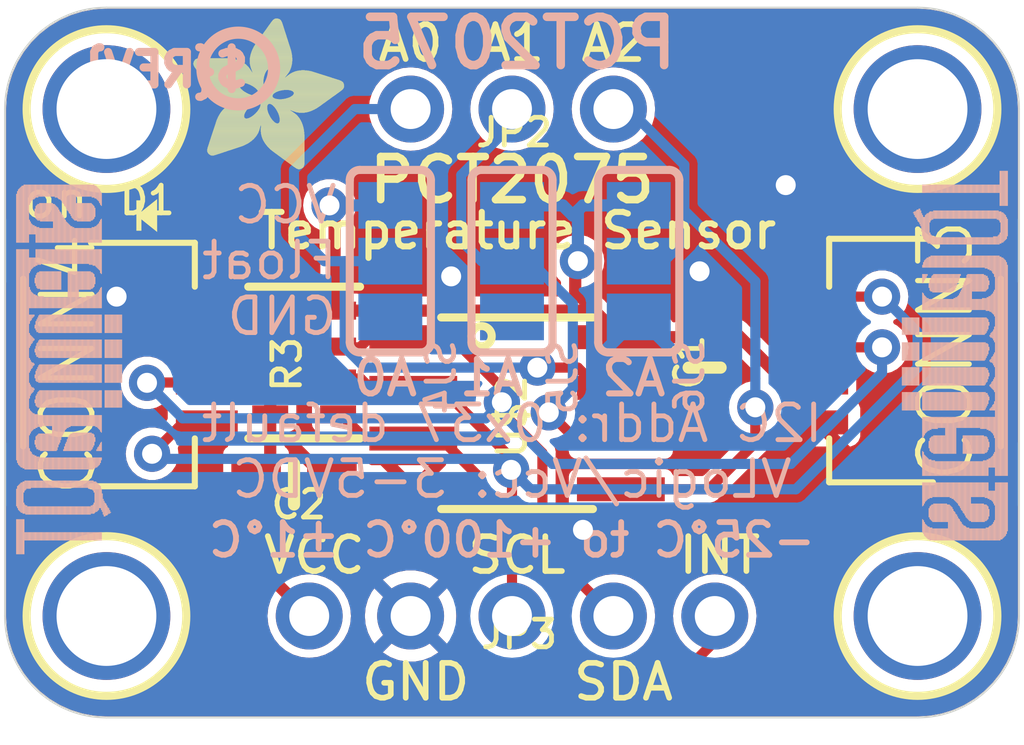
<source format=kicad_pcb>
(kicad_pcb (version 20221018) (generator pcbnew)
  (layers (0 "F.Cu" signal) (31 "B.Cu" signal) (34 "B.Paste" user) (35 "F.Paste" user) (36 "B.SilkS" user "B.Silkscreen") (37 "F.SilkS" user "F.Silkscreen") (38 "B.Mask" user) (39 "F.Mask" user) (44 "Edge.Cuts" user))
  (net 0 "")
  (net 1 "GND")
  (net 2 "SDA")
  (net 3 "SCL")
  (net 4 "VCC")
  (net 5 "INT")
  (net 6 "A0")
  (net 7 "A1")
  (net 8 "A2")
  (net 9 "N$1")
  (footprint "working:RESPACK_4X0603" (layer "F.Cu") (at 143.2941 105.0036 -90)
    (fp_text reference "R3" (at -0.711 0.432 90) (layer "F.SilkS") (effects (font (size 0.692831 0.692831) (thickness 0.119969)) (justify right)))
    (fp_text value "10K")
    (pad "1" smd rect (at -1.3 0.85 270) (size 0.45 0.9) (layers "F.Cu" "F.Paste" "F.Mask") (net 9 "N$1"))
    (pad "2" smd rect (at -0.4 0.85 270) (size 0.45 0.9) (layers "F.Cu" "F.Paste" "F.Mask") (net 4 "VCC"))
    (pad "3" smd rect (at 0.4 0.85 270) (size 0.45 0.9) (layers "F.Cu" "F.Paste" "F.Mask") (net 4 "VCC"))
    (pad "4" smd rect (at 1.3 0.85 270) (size 0.45 0.9) (layers "F.Cu" "F.Paste" "F.Mask") (net 4 "VCC"))
    (pad "5" smd rect (at 1.3 -0.85 270) (size 0.45 0.9) (layers "F.Cu" "F.Paste" "F.Mask") (net 5 "INT"))
    (pad "6" smd rect (at 0.4 -0.85 270) (size 0.45 0.9) (layers "F.Cu" "F.Paste" "F.Mask") (net 3 "SCL"))
    (pad "7" smd rect (at -0.4 -0.85 270) (size 0.45 0.9) (layers "F.Cu" "F.Paste" "F.Mask") (net 2 "SDA"))
    (pad "8" smd rect (at -1.3 -0.85 270) (size 0.45 0.9) (layers "F.Cu" "F.Paste" "F.Mask") (net 4 "VCC"))
  )
  (footprint "working:1X05_ROUND" (layer "F.Cu") (at 148.5011 111.3536)
    (fp_text reference "JP3" (at -0.8382 0.4572) (layer "F.SilkS") (effects (font (size 0.692831 0.692831) (thickness 0.119969)) (justify left)))
    (fp_text value "")
    (pad "1" thru_hole circle (at -5.08 0 90) (size 1.6764 1.6764) (drill 1) (layers "*.Cu" "*.Mask") (net 4 "VCC"))
    (pad "2" thru_hole circle (at -2.54 0 90) (size 1.6764 1.6764) (drill 1) (layers "*.Cu" "*.Mask") (net 1 "GND"))
    (pad "3" thru_hole circle (at 0 0 90) (size 1.6764 1.6764) (drill 1) (layers "*.Cu" "*.Mask") (net 3 "SCL"))
    (pad "4" thru_hole circle (at 2.54 0 90) (size 1.6764 1.6764) (drill 1) (layers "*.Cu" "*.Mask") (net 2 "SDA"))
    (pad "5" thru_hole circle (at 5.08 0 90) (size 1.6764 1.6764) (drill 1) (layers "*.Cu" "*.Mask") (net 5 "INT"))
  )
  (footprint "working:FIDUCIAL_1MM" (layer "F.Cu") (at 155.4861 97.5995)
    (fp_text reference "FID4" hide)
    (fp_text value "FIDUCIAL_1MM" hide)
    (pad "1" smd roundrect (at 0 0) (size 1 1) (layers "F.Cu" "F.Mask") (roundrect_rratio 0.5))
  )
  (footprint "working:MOUNTINGHOLE_2.5_PLATED" (layer "F.Cu") (at 138.3411 111.3536)
    (fp_text reference "U$19" hide)
    (fp_text value "MOUNTINGHOLE2.5" hide)
    (pad "P$1" thru_hole circle (at 0 0) (size 3.2 3.2) (drill 2.5) (layers "*.Cu" "*.Mask"))
    (zone (net 0) (net_name "") (layer "F.Cu") (connect_pads (clearance 0)) (min_thickness 0.25)
      (keepout (tracks not_allowed) (vias not_allowed) (pads not_allowed) (copperpour not_allowed) (footprints allowed))
      (fill (thermal_gap 0.5) (thermal_bridge_width 0.5))
      (polygon (pts (xy 140.3571 111.3536) (xy 140.33748 111.073027) (xy 140.279004 110.797915) (xy 140.182808 110.533619) (xy 140.050765 110.285283) (xy 139.885446 110.05774) (xy 139.690067 109.85542) (xy 139.468433 109.68226) (xy 139.224856 109.541631) (xy 138.964078 109.43627) (xy 138.691175 109.368228) (xy 138.411457 109.338828) (xy 138.130371 109.348644) (xy 137.853385 109.397484) (xy 137.585893 109.484397) (xy 137.3331 109.607693) (xy 137.099926 109.76497) (xy 136.890911 109.953169) (xy 136.710122 110.168625) (xy 136.561078 110.407145) (xy 136.44668 110.664087) (xy 136.369154 110.93445) (xy 136.330011 111.212971) (xy 136.330011 111.494229) (xy 136.369154 111.77275) (xy 136.44668 112.043113) (xy 136.561078 112.300055) (xy 136.710122 112.538575) (xy 136.890911 112.754031) (xy 137.099926 112.94223) (xy 137.3331 113.099507) (xy 137.585893 113.222803) (xy 137.853385 113.309716) (xy 138.130371 113.358556) (xy 138.411457 113.368372) (xy 138.691175 113.338972) (xy 138.964078 113.27093) (xy 139.224856 113.165569) (xy 139.468433 113.02494) (xy 139.690067 112.85178) (xy 139.885446 112.64946) (xy 140.050765 112.421917) (xy 140.182808 112.173581) (xy 140.279004 111.909285) (xy 140.33748 111.634173)))
      (polygon (pts (xy 138.3251 111.3536) (xy 138.329786 111.364914) (xy 138.3411 111.3696) (xy 138.352414 111.364914) (xy 138.3571 111.3536) (xy 138.352414 111.342286) (xy 138.3411 111.3376) (xy 138.329786 111.342286)))
    )
    (zone (net 0) (net_name "") (layer "B.Cu") (connect_pads (clearance 0)) (min_thickness 0.25)
      (keepout (tracks not_allowed) (vias not_allowed) (pads not_allowed) (copperpour not_allowed) (footprints allowed))
      (fill (thermal_gap 0.5) (thermal_bridge_width 0.5))
      (polygon (pts (xy 140.3571 111.3536) (xy 140.33748 111.073027) (xy 140.279004 110.797915) (xy 140.182808 110.533619) (xy 140.050765 110.285283) (xy 139.885446 110.05774) (xy 139.690067 109.85542) (xy 139.468433 109.68226) (xy 139.224856 109.541631) (xy 138.964078 109.43627) (xy 138.691175 109.368228) (xy 138.411457 109.338828) (xy 138.130371 109.348644) (xy 137.853385 109.397484) (xy 137.585893 109.484397) (xy 137.3331 109.607693) (xy 137.099926 109.76497) (xy 136.890911 109.953169) (xy 136.710122 110.168625) (xy 136.561078 110.407145) (xy 136.44668 110.664087) (xy 136.369154 110.93445) (xy 136.330011 111.212971) (xy 136.330011 111.494229) (xy 136.369154 111.77275) (xy 136.44668 112.043113) (xy 136.561078 112.300055) (xy 136.710122 112.538575) (xy 136.890911 112.754031) (xy 137.099926 112.94223) (xy 137.3331 113.099507) (xy 137.585893 113.222803) (xy 137.853385 113.309716) (xy 138.130371 113.358556) (xy 138.411457 113.368372) (xy 138.691175 113.338972) (xy 138.964078 113.27093) (xy 139.224856 113.165569) (xy 139.468433 113.02494) (xy 139.690067 112.85178) (xy 139.885446 112.64946) (xy 140.050765 112.421917) (xy 140.182808 112.173581) (xy 140.279004 111.909285) (xy 140.33748 111.634173)))
      (polygon (pts (xy 138.3251 111.3536) (xy 138.329786 111.364914) (xy 138.3411 111.3696) (xy 138.352414 111.364914) (xy 138.3571 111.3536) (xy 138.352414 111.342286) (xy 138.3411 111.3376) (xy 138.329786 111.342286)))
    )
  )
  (footprint "working:MOUNTINGHOLE_2.5_PLATED" (layer "F.Cu") (at 138.3411 98.6536)
    (fp_text reference "U$1" hide)
    (fp_text value "MOUNTINGHOLE2.5" hide)
    (pad "P$1" thru_hole circle (at 0 0) (size 3.2 3.2) (drill 2.5) (layers "*.Cu" "*.Mask"))
    (zone (net 0) (net_name "") (layer "F.Cu") (connect_pads (clearance 0)) (min_thickness 0.25)
      (keepout (tracks not_allowed) (vias not_allowed) (pads not_allowed) (copperpour not_allowed) (footprints allowed))
      (fill (thermal_gap 0.5) (thermal_bridge_width 0.5))
      (polygon (pts (xy 140.3571 98.6536) (xy 140.33748 98.373027) (xy 140.279004 98.097915) (xy 140.182808 97.833619) (xy 140.050765 97.585283) (xy 139.885446 97.35774) (xy 139.690067 97.15542) (xy 139.468433 96.98226) (xy 139.224856 96.841631) (xy 138.964078 96.73627) (xy 138.691175 96.668228) (xy 138.411457 96.638828) (xy 138.130371 96.648644) (xy 137.853385 96.697484) (xy 137.585893 96.784397) (xy 137.3331 96.907693) (xy 137.099926 97.06497) (xy 136.890911 97.253169) (xy 136.710122 97.468625) (xy 136.561078 97.707145) (xy 136.44668 97.964087) (xy 136.369154 98.23445) (xy 136.330011 98.512971) (xy 136.330011 98.794229) (xy 136.369154 99.07275) (xy 136.44668 99.343113) (xy 136.561078 99.600055) (xy 136.710122 99.838575) (xy 136.890911 100.054031) (xy 137.099926 100.24223) (xy 137.3331 100.399507) (xy 137.585893 100.522803) (xy 137.853385 100.609716) (xy 138.130371 100.658556) (xy 138.411457 100.668372) (xy 138.691175 100.638972) (xy 138.964078 100.57093) (xy 139.224856 100.465569) (xy 139.468433 100.32494) (xy 139.690067 100.15178) (xy 139.885446 99.94946) (xy 140.050765 99.721917) (xy 140.182808 99.473581) (xy 140.279004 99.209285) (xy 140.33748 98.934173)))
      (polygon (pts (xy 138.3251 98.6536) (xy 138.329786 98.664914) (xy 138.3411 98.6696) (xy 138.352414 98.664914) (xy 138.3571 98.6536) (xy 138.352414 98.642286) (xy 138.3411 98.6376) (xy 138.329786 98.642286)))
    )
    (zone (net 0) (net_name "") (layer "B.Cu") (connect_pads (clearance 0)) (min_thickness 0.25)
      (keepout (tracks not_allowed) (vias not_allowed) (pads not_allowed) (copperpour not_allowed) (footprints allowed))
      (fill (thermal_gap 0.5) (thermal_bridge_width 0.5))
      (polygon (pts (xy 140.3571 98.6536) (xy 140.33748 98.373027) (xy 140.279004 98.097915) (xy 140.182808 97.833619) (xy 140.050765 97.585283) (xy 139.885446 97.35774) (xy 139.690067 97.15542) (xy 139.468433 96.98226) (xy 139.224856 96.841631) (xy 138.964078 96.73627) (xy 138.691175 96.668228) (xy 138.411457 96.638828) (xy 138.130371 96.648644) (xy 137.853385 96.697484) (xy 137.585893 96.784397) (xy 137.3331 96.907693) (xy 137.099926 97.06497) (xy 136.890911 97.253169) (xy 136.710122 97.468625) (xy 136.561078 97.707145) (xy 136.44668 97.964087) (xy 136.369154 98.23445) (xy 136.330011 98.512971) (xy 136.330011 98.794229) (xy 136.369154 99.07275) (xy 136.44668 99.343113) (xy 136.561078 99.600055) (xy 136.710122 99.838575) (xy 136.890911 100.054031) (xy 137.099926 100.24223) (xy 137.3331 100.399507) (xy 137.585893 100.522803) (xy 137.853385 100.609716) (xy 138.130371 100.658556) (xy 138.411457 100.668372) (xy 138.691175 100.638972) (xy 138.964078 100.57093) (xy 139.224856 100.465569) (xy 139.468433 100.32494) (xy 139.690067 100.15178) (xy 139.885446 99.94946) (xy 140.050765 99.721917) (xy 140.182808 99.473581) (xy 140.279004 99.209285) (xy 140.33748 98.934173)))
      (polygon (pts (xy 138.3251 98.6536) (xy 138.329786 98.664914) (xy 138.3411 98.6696) (xy 138.352414 98.664914) (xy 138.3571 98.6536) (xy 138.352414 98.642286) (xy 138.3411 98.6376) (xy 138.329786 98.642286)))
    )
  )
  (footprint "working:ADAFRUIT_3.5MM" (layer "F.Cu") (at 140.5001 100.1776)
    (fp_text reference "U$22" hide)
    (fp_text value "" hide)
  )
  (footprint "working:0805-NO" (layer "F.Cu") (at 143.0401 108.0516)
    (fp_text reference "C2" (at -0.635 0.508) (layer "F.SilkS") (effects (font (size 0.692831 0.692831) (thickness 0.119969)) (justify left)))
    (fp_text value "10uF")
    (pad "1" smd rect (at -0.95 0) (size 1.24 1.5) (layers "F.Cu" "F.Paste" "F.Mask") (net 4 "VCC"))
    (pad "2" smd rect (at 0.95 0) (size 1.24 1.5) (layers "F.Cu" "F.Paste" "F.Mask") (net 1 "GND"))
  )
  (footprint "working:JST_SH4" (layer "F.Cu") (at 138.3411 105.0036 -90)
    (fp_text reference "CONN4" (at -3.33 0.958 90) (layer "F.SilkS") (effects (font (size 1.291539 1.291539) (thickness 0.130861)) (justify right)))
    (fp_text value "STEMMA_I2C_QT" hide)
    (pad "1" smd rect (at -1.5 -2.514) (size 1.55 0.6) (layers "F.Cu" "F.Paste" "F.Mask") (net 1 "GND"))
    (pad "2" smd rect (at -0.5 -2.514) (size 1.55 0.6) (layers "F.Cu" "F.Paste" "F.Mask") (net 4 "VCC"))
    (pad "3" smd rect (at 0.5 -2.514) (size 1.55 0.6) (layers "F.Cu" "F.Paste" "F.Mask") (net 2 "SDA"))
    (pad "4" smd rect (at 1.5 -2.514) (size 1.55 0.6) (layers "F.Cu" "F.Paste" "F.Mask") (net 3 "SCL"))
    (pad "MT1" smd rect (at -2.8 1.386) (size 1.8 1.2) (layers "F.Cu" "F.Paste" "F.Mask"))
    (pad "MT2" smd rect (at 2.8 1.386) (size 1.8 1.2) (layers "F.Cu" "F.Paste" "F.Mask"))
  )
  (footprint "working:MOUNTINGHOLE_2.5_PLATED" (layer "F.Cu") (at 158.6611 98.6536)
    (fp_text reference "U$17" hide)
    (fp_text value "MOUNTINGHOLE2.5" hide)
    (pad "P$1" thru_hole circle (at 0 0) (size 3.2 3.2) (drill 2.5) (layers "*.Cu" "*.Mask"))
    (zone (net 0) (net_name "") (layer "F.Cu") (connect_pads (clearance 0)) (min_thickness 0.25)
      (keepout (tracks not_allowed) (vias not_allowed) (pads not_allowed) (copperpour not_allowed) (footprints allowed))
      (fill (thermal_gap 0.5) (thermal_bridge_width 0.5))
      (polygon (pts (xy 160.6771 98.6536) (xy 160.65748 98.373027) (xy 160.599004 98.097915) (xy 160.502808 97.833619) (xy 160.370765 97.585283) (xy 160.205446 97.35774) (xy 160.010067 97.15542) (xy 159.788433 96.98226) (xy 159.544856 96.841631) (xy 159.284078 96.73627) (xy 159.011175 96.668228) (xy 158.731457 96.638828) (xy 158.450371 96.648644) (xy 158.173385 96.697484) (xy 157.905893 96.784397) (xy 157.6531 96.907693) (xy 157.419926 97.06497) (xy 157.210911 97.253169) (xy 157.030122 97.468625) (xy 156.881078 97.707145) (xy 156.76668 97.964087) (xy 156.689154 98.23445) (xy 156.650011 98.512971) (xy 156.650011 98.794229) (xy 156.689154 99.07275) (xy 156.76668 99.343113) (xy 156.881078 99.600055) (xy 157.030122 99.838575) (xy 157.210911 100.054031) (xy 157.419926 100.24223) (xy 157.6531 100.399507) (xy 157.905893 100.522803) (xy 158.173385 100.609716) (xy 158.450371 100.658556) (xy 158.731457 100.668372) (xy 159.011175 100.638972) (xy 159.284078 100.57093) (xy 159.544856 100.465569) (xy 159.788433 100.32494) (xy 160.010067 100.15178) (xy 160.205446 99.94946) (xy 160.370765 99.721917) (xy 160.502808 99.473581) (xy 160.599004 99.209285) (xy 160.65748 98.934173)))
      (polygon (pts (xy 158.6451 98.6536) (xy 158.649786 98.664914) (xy 158.6611 98.6696) (xy 158.672414 98.664914) (xy 158.6771 98.6536) (xy 158.672414 98.642286) (xy 158.6611 98.6376) (xy 158.649786 98.642286)))
    )
    (zone (net 0) (net_name "") (layer "B.Cu") (connect_pads (clearance 0)) (min_thickness 0.25)
      (keepout (tracks not_allowed) (vias not_allowed) (pads not_allowed) (copperpour not_allowed) (footprints allowed))
      (fill (thermal_gap 0.5) (thermal_bridge_width 0.5))
      (polygon (pts (xy 160.6771 98.6536) (xy 160.65748 98.373027) (xy 160.599004 98.097915) (xy 160.502808 97.833619) (xy 160.370765 97.585283) (xy 160.205446 97.35774) (xy 160.010067 97.15542) (xy 159.788433 96.98226) (xy 159.544856 96.841631) (xy 159.284078 96.73627) (xy 159.011175 96.668228) (xy 158.731457 96.638828) (xy 158.450371 96.648644) (xy 158.173385 96.697484) (xy 157.905893 96.784397) (xy 157.6531 96.907693) (xy 157.419926 97.06497) (xy 157.210911 97.253169) (xy 157.030122 97.468625) (xy 156.881078 97.707145) (xy 156.76668 97.964087) (xy 156.689154 98.23445) (xy 156.650011 98.512971) (xy 156.650011 98.794229) (xy 156.689154 99.07275) (xy 156.76668 99.343113) (xy 156.881078 99.600055) (xy 157.030122 99.838575) (xy 157.210911 100.054031) (xy 157.419926 100.24223) (xy 157.6531 100.399507) (xy 157.905893 100.522803) (xy 158.173385 100.609716) (xy 158.450371 100.658556) (xy 158.731457 100.668372) (xy 159.011175 100.638972) (xy 159.284078 100.57093) (xy 159.544856 100.465569) (xy 159.788433 100.32494) (xy 160.010067 100.15178) (xy 160.205446 99.94946) (xy 160.370765 99.721917) (xy 160.502808 99.473581) (xy 160.599004 99.209285) (xy 160.65748 98.934173)))
      (polygon (pts (xy 158.6451 98.6536) (xy 158.649786 98.664914) (xy 158.6611 98.6696) (xy 158.672414 98.664914) (xy 158.6771 98.6536) (xy 158.672414 98.642286) (xy 158.6611 98.6376) (xy 158.649786 98.642286)))
    )
  )
  (footprint "working:0603-NO" (layer "F.Cu") (at 153.3271 105.1306 -90)
    (fp_text reference "C1" (at -0.889 0.381 90) (layer "F.SilkS") (effects (font (size 0.692831 0.692831) (thickness 0.119969)) (justify right)))
    (fp_text value "0.1uF")
    (pad "1" smd rect (at -0.85 0 270) (size 1.075 1) (layers "F.Cu" "F.Paste" "F.Mask") (net 4 "VCC"))
    (pad "2" smd rect (at 0.85 0 270) (size 1.075 1) (layers "F.Cu" "F.Paste" "F.Mask") (net 1 "GND"))
  )
  (footprint "working:SOIC8_150MIL" (layer "F.Cu") (at 148.6281 106.2736 -90)
    (fp_text reference "U$2" (at -1.016 0.127 90) (layer "F.SilkS") (effects (font (size 0.692831 0.692831) (thickness 0.119969)) (justify right)))
    (fp_text value "PCT2075D")
    (pad "1" smd rect (at -1.905 2.6 270) (size 0.6 2.2) (layers "F.Cu" "F.Paste" "F.Mask") (net 2 "SDA"))
    (pad "2" smd rect (at -0.635 2.6 270) (size 0.6 2.2) (layers "F.Cu" "F.Paste" "F.Mask") (net 3 "SCL"))
    (pad "3" smd rect (at 0.635 2.6 270) (size 0.6 2.2) (layers "F.Cu" "F.Paste" "F.Mask") (net 5 "INT"))
    (pad "4" smd rect (at 1.905 2.6 270) (size 0.6 2.2) (layers "F.Cu" "F.Paste" "F.Mask") (net 1 "GND"))
    (pad "5" smd rect (at 1.905 -2.6 270) (size 0.6 2.2) (layers "F.Cu" "F.Paste" "F.Mask") (net 8 "A2"))
    (pad "6" smd rect (at 0.635 -2.6 270) (size 0.6 2.2) (layers "F.Cu" "F.Paste" "F.Mask") (net 7 "A1"))
    (pad "7" smd rect (at -0.635 -2.6 270) (size 0.6 2.2) (layers "F.Cu" "F.Paste" "F.Mask") (net 6 "A0"))
    (pad "8" smd rect (at -1.905 -2.6 270) (size 0.6 2.2) (layers "F.Cu" "F.Paste" "F.Mask") (net 4 "VCC"))
  )
  (footprint "working:CHIPLED_0603_NOOUTLINE" (layer "F.Cu") (at 139.3571 101.3206 90)
    (fp_text reference "D1" (at 0.381 0.762) (layer "F.SilkS") (effects (font (size 0.692831 0.692831) (thickness 0.119969)) (justify right)))
    (fp_text value "GREEN")
    (pad "A" smd rect (at 0 0.75 90) (size 0.8 0.8) (layers "F.Cu" "F.Paste" "F.Mask") (net 9 "N$1"))
    (pad "C" smd rect (at 0 -0.75 90) (size 0.8 0.8) (layers "F.Cu" "F.Paste" "F.Mask") (net 1 "GND"))
  )
  (footprint "working:MOUNTINGHOLE_2.5_PLATED" (layer "F.Cu") (at 158.6611 111.3536)
    (fp_text reference "U$21" hide)
    (fp_text value "MOUNTINGHOLE2.5" hide)
    (pad "P$1" thru_hole circle (at 0 0) (size 3.2 3.2) (drill 2.5) (layers "*.Cu" "*.Mask"))
    (zone (net 0) (net_name "") (layer "F.Cu") (connect_pads (clearance 0)) (min_thickness 0.25)
      (keepout (tracks not_allowed) (vias not_allowed) (pads not_allowed) (copperpour not_allowed) (footprints allowed))
      (fill (thermal_gap 0.5) (thermal_bridge_width 0.5))
      (polygon (pts (xy 160.6771 111.3536) (xy 160.65748 111.073027) (xy 160.599004 110.797915) (xy 160.502808 110.533619) (xy 160.370765 110.285283) (xy 160.205446 110.05774) (xy 160.010067 109.85542) (xy 159.788433 109.68226) (xy 159.544856 109.541631) (xy 159.284078 109.43627) (xy 159.011175 109.368228) (xy 158.731457 109.338828) (xy 158.450371 109.348644) (xy 158.173385 109.397484) (xy 157.905893 109.484397) (xy 157.6531 109.607693) (xy 157.419926 109.76497) (xy 157.210911 109.953169) (xy 157.030122 110.168625) (xy 156.881078 110.407145) (xy 156.76668 110.664087) (xy 156.689154 110.93445) (xy 156.650011 111.212971) (xy 156.650011 111.494229) (xy 156.689154 111.77275) (xy 156.76668 112.043113) (xy 156.881078 112.300055) (xy 157.030122 112.538575) (xy 157.210911 112.754031) (xy 157.419926 112.94223) (xy 157.6531 113.099507) (xy 157.905893 113.222803) (xy 158.173385 113.309716) (xy 158.450371 113.358556) (xy 158.731457 113.368372) (xy 159.011175 113.338972) (xy 159.284078 113.27093) (xy 159.544856 113.165569) (xy 159.788433 113.02494) (xy 160.010067 112.85178) (xy 160.205446 112.64946) (xy 160.370765 112.421917) (xy 160.502808 112.173581) (xy 160.599004 111.909285) (xy 160.65748 111.634173)))
      (polygon (pts (xy 158.6451 111.3536) (xy 158.649786 111.364914) (xy 158.6611 111.3696) (xy 158.672414 111.364914) (xy 158.6771 111.3536) (xy 158.672414 111.342286) (xy 158.6611 111.3376) (xy 158.649786 111.342286)))
    )
    (zone (net 0) (net_name "") (layer "B.Cu") (connect_pads (clearance 0)) (min_thickness 0.25)
      (keepout (tracks not_allowed) (vias not_allowed) (pads not_allowed) (copperpour not_allowed) (footprints allowed))
      (fill (thermal_gap 0.5) (thermal_bridge_width 0.5))
      (polygon (pts (xy 160.6771 111.3536) (xy 160.65748 111.073027) (xy 160.599004 110.797915) (xy 160.502808 110.533619) (xy 160.370765 110.285283) (xy 160.205446 110.05774) (xy 160.010067 109.85542) (xy 159.788433 109.68226) (xy 159.544856 109.541631) (xy 159.284078 109.43627) (xy 159.011175 109.368228) (xy 158.731457 109.338828) (xy 158.450371 109.348644) (xy 158.173385 109.397484) (xy 157.905893 109.484397) (xy 157.6531 109.607693) (xy 157.419926 109.76497) (xy 157.210911 109.953169) (xy 157.030122 110.168625) (xy 156.881078 110.407145) (xy 156.76668 110.664087) (xy 156.689154 110.93445) (xy 156.650011 111.212971) (xy 156.650011 111.494229) (xy 156.689154 111.77275) (xy 156.76668 112.043113) (xy 156.881078 112.300055) (xy 157.030122 112.538575) (xy 157.210911 112.754031) (xy 157.419926 112.94223) (xy 157.6531 113.099507) (xy 157.905893 113.222803) (xy 158.173385 113.309716) (xy 158.450371 113.358556) (xy 158.731457 113.368372) (xy 159.011175 113.338972) (xy 159.284078 113.27093) (xy 159.544856 113.165569) (xy 159.788433 113.02494) (xy 160.010067 112.85178) (xy 160.205446 112.64946) (xy 160.370765 112.421917) (xy 160.502808 112.173581) (xy 160.599004 111.909285) (xy 160.65748 111.634173)))
      (polygon (pts (xy 158.6451 111.3536) (xy 158.649786 111.364914) (xy 158.6611 111.3696) (xy 158.672414 111.364914) (xy 158.6771 111.3536) (xy 158.672414 111.342286) (xy 158.6611 111.3376) (xy 158.649786 111.342286)))
    )
  )
  (footprint "working:JST_SH4" (layer "F.Cu") (at 158.6611 105.0036 90)
    (fp_text reference "CONN3" (at -3.076 0.704 90) (layer "F.SilkS") (effects (font (size 1.291539 1.291539) (thickness 0.130861)) (justify left)))
    (fp_text value "STEMMA_I2C_QT" hide)
    (pad "1" smd rect (at -1.5 -2.514 180) (size 1.55 0.6) (layers "F.Cu" "F.Paste" "F.Mask") (net 1 "GND"))
    (pad "2" smd rect (at -0.5 -2.514 180) (size 1.55 0.6) (layers "F.Cu" "F.Paste" "F.Mask") (net 4 "VCC"))
    (pad "3" smd rect (at 0.5 -2.514 180) (size 1.55 0.6) (layers "F.Cu" "F.Paste" "F.Mask") (net 2 "SDA"))
    (pad "4" smd rect (at 1.5 -2.514 180) (size 1.55 0.6) (layers "F.Cu" "F.Paste" "F.Mask") (net 3 "SCL"))
    (pad "MT1" smd rect (at -2.8 1.386 180) (size 1.8 1.2) (layers "F.Cu" "F.Paste" "F.Mask"))
    (pad "MT2" smd rect (at 2.8 1.386 180) (size 1.8 1.2) (layers "F.Cu" "F.Paste" "F.Mask"))
  )
  (footprint "working:FIDUCIAL_1MM" (layer "F.Cu") (at 141.1351 112.6871)
    (fp_text reference "FID3" hide)
    (fp_text value "FIDUCIAL_1MM" hide)
    (pad "1" smd roundrect (at 0 0) (size 1 1) (layers "F.Cu" "F.Mask") (roundrect_rratio 0.5))
  )
  (footprint "working:1X03_ROUND" (layer "F.Cu") (at 148.5011 98.6536)
    (fp_text reference "JP2" (at -0.9652 0.5842) (layer "F.SilkS") (effects (font (size 0.692831 0.692831) (thickness 0.119969)) (justify left)))
    (fp_text value "")
    (pad "1" thru_hole circle (at -2.54 0 90) (size 1.6764 1.6764) (drill 1) (layers "*.Cu" "*.Mask") (net 6 "A0"))
    (pad "2" thru_hole circle (at 0 0 90) (size 1.6764 1.6764) (drill 1) (layers "*.Cu" "*.Mask") (net 7 "A1"))
    (pad "3" thru_hole circle (at 2.54 0 90) (size 1.6764 1.6764) (drill 1) (layers "*.Cu" "*.Mask") (net 8 "A2"))
  )
  (footprint "working:SOLDERJUMPER_2WAY_OPEN_NOPASTE" (layer "B.Cu") (at 151.6761 102.4636 90)
    (fp_text reference "SJ6" (at -1.905 1.27 90) (layer "B.SilkS") (effects (font (size 0.692831 0.692831) (thickness 0.119969)) (justify left mirror)))
    (fp_text value "")
    (pad "1" smd rect (at -1.397 0 90) (size 1.1684 1.6002) (layers "B.Cu") (net 1 "GND"))
    (pad "2" smd rect (at 0 0 90) (size 1.1684 1.6002) (layers "B.Cu") (net 8 "A2"))
    (pad "3" smd rect (at 1.397 0 90) (size 1.1684 1.6002) (layers "B.Cu") (net 4 "VCC"))
  )
  (footprint "working:STEMMAQT" (layer "B.Cu") (at 158.2801 109.4486 90)
    (fp_text reference "U$30" hide)
    (fp_text value "" hide)
  )
  (footprint "working:STEMMAQT" (layer "B.Cu") (at 138.7221 100.5586 -90)
    (fp_text reference "U$31" hide)
    (fp_text value "" hide)
  )
  (footprint "working:PCBFEAT-REV-040" (layer "B.Cu") (at 141.6431 97.6376 180)
    (fp_text reference "U$25" hide)
    (fp_text value "" hide)
    (fp_text user "${REV}" (at -0.3556 -0.508) (layer "B.SilkS") (effects (font (size 0.8128 0.8128) (thickness 0.2032)) (justify left bottom mirror)))
  )
  (footprint "working:SOLDERJUMPER_2WAY_OPEN_NOPASTE" (layer "B.Cu") (at 145.4531 102.4636 90)
    (fp_text reference "SJ4" (at -1.905 1.27 90) (layer "B.SilkS") (effects (font (size 0.692831 0.692831) (thickness 0.119969)) (justify left mirror)))
    (fp_text value "")
    (pad "1" smd rect (at -1.397 0 90) (size 1.1684 1.6002) (layers "B.Cu") (net 1 "GND"))
    (pad "2" smd rect (at 0 0 90) (size 1.1684 1.6002) (layers "B.Cu") (net 6 "A0"))
    (pad "3" smd rect (at 1.397 0 90) (size 1.1684 1.6002) (layers "B.Cu") (net 4 "VCC"))
  )
  (footprint "working:SOLDERJUMPER_2WAY_OPEN_NOPASTE" (layer "B.Cu") (at 148.5011 102.4636 90)
    (fp_text reference "SJ5" (at -1.905 1.27 90) (layer "B.SilkS") (effects (font (size 0.692831 0.692831) (thickness 0.119969)) (justify left mirror)))
    (fp_text value "")
    (pad "1" smd rect (at -1.397 0 90) (size 1.1684 1.6002) (layers "B.Cu") (net 1 "GND"))
    (pad "2" smd rect (at 0 0 90) (size 1.1684 1.6002) (layers "B.Cu") (net 7 "A1"))
    (pad "3" smd rect (at 1.397 0 90) (size 1.1684 1.6002) (layers "B.Cu") (net 4 "VCC"))
  )
  (gr_arc (start 135.8011 98.6536) (mid 136.545049 96.857549) (end 138.3411 96.1136) (stroke (width 0.05)) (layer "Edge.Cuts"))
  (gr_arc (start 158.6611 96.1136) (mid 160.457151 96.857549) (end 161.2011 98.6536) (stroke (width 0.05)) (layer "Edge.Cuts"))
  (gr_line (start 138.3411 113.8936) (end 158.6611 113.8936) (stroke (width 0.05)) (layer "Edge.Cuts"))
  (gr_arc (start 161.2011 111.3536) (mid 160.457151 113.149651) (end 158.6611 113.8936) (stroke (width 0.05)) (layer "Edge.Cuts"))
  (gr_line (start 158.6611 96.1136) (end 138.3411 96.1136) (stroke (width 0.05)) (layer "Edge.Cuts"))
  (gr_arc (start 138.3411 113.8936) (mid 136.545049 113.149651) (end 135.8011 111.3536) (stroke (width 0.05)) (layer "Edge.Cuts"))
  (gr_line (start 135.8011 98.6536) (end 135.8011 111.3536) (stroke (width 0.05)) (layer "Edge.Cuts"))
  (gr_line (start 161.2011 111.3536) (end 161.2011 98.6536) (stroke (width 0.05)) (layer "Edge.Cuts"))
  (gr_text "A0" (at 145.3261 105.3846) (layer "B.SilkS") (effects (font (size 0.8636 0.8636) (thickness 0.1524)) (justify mirror)))
  (gr_text "Float" (at 144.1831 102.9716) (layer "B.SilkS") (effects (font (size 0.89408 0.89408) (thickness 0.12192)) (justify left bottom mirror)))
  (gr_text "I2C Addr: 0x37 default" (at 148.5011 106.5276) (layer "B.SilkS") (effects (font (size 0.89408 0.89408) (thickness 0.12192)) (justify mirror)))
  (gr_text "VCC" (at 144.1831 101.5746) (layer "B.SilkS") (effects (font (size 0.89408 0.89408) (thickness 0.12192)) (justify left bottom mirror)))
  (gr_text "GND" (at 144.1831 104.3686) (layer "B.SilkS") (effects (font (size 0.89408 0.89408) (thickness 0.12192)) (justify left bottom mirror)))
  (gr_text "A1" (at 147.9931 105.3846) (layer "B.SilkS") (effects (font (size 0.8636 0.8636) (thickness 0.1524)) (justify mirror)))
  (gr_text "A2" (at 151.5491 105.3846) (layer "B.SilkS") (effects (font (size 0.8636 0.8636) (thickness 0.1524)) (justify mirror)))
  (gr_text "VLogic/Vcc: 3-5VDC" (at 148.5011 107.9246) (layer "B.SilkS") (effects (font (size 0.89408 0.89408) (thickness 0.12192)) (justify mirror)))
  (gr_text "-25°C to +100°C ±1°C" (at 148.5011 109.4486) (layer "B.SilkS") (effects (font (size 0.82042 0.82042) (thickness 0.14478)) (justify mirror)))
  (gr_text "PCT2075" (at 148.6281 97.0026) (layer "B.SilkS") (effects (font (size 1.20904 1.20904) (thickness 0.21336)) (justify mirror)))
  (gr_text "Temperature Sensor" (at 148.6281 101.7016) (layer "F.SilkS") (effects (font (size 0.8636 0.8636) (thickness 0.1524))))
  (gr_text "INT" (at 153.7081 109.8296) (layer "F.SilkS") (effects (font (size 0.87376 0.87376) (thickness 0.14224))))
  (gr_text "A0" (at 145.9611 97.0026) (layer "F.SilkS") (effects (font (size 0.87376 0.87376) (thickness 0.14224))))
  (gr_text "SDA" (at 151.2951 113.0046) (layer "F.SilkS") (effects (font (size 0.87376 0.87376) (thickness 0.14224))))
  (gr_text "PCT2075" (at 148.5011 100.4316) (layer "F.SilkS") (effects (font (size 1.0795 1.0795) (thickness 0.1905))))
  (gr_text "GND" (at 146.0881 113.0046) (layer "F.SilkS") (effects (font (size 0.87376 0.87376) (thickness 0.14224))))
  (gr_text "A1" (at 148.5011 97.0026) (layer "F.SilkS") (effects (font (size 0.87376 0.87376) (thickness 0.14224))))
  (gr_text "SCL" (at 148.6281 109.8296) (layer "F.SilkS") (effects (font (size 0.87376 0.87376) (thickness 0.14224))))
  (gr_text "A2" (at 151.0411 97.0026) (layer "F.SilkS") (effects (font (size 0.87376 0.87376) (thickness 0.14224))))
  (gr_text "on" (at 136.1821 101.4476) (layer "F.SilkS") (effects (font (size 0.89408 0.89408) (thickness 0.12192)) (justify left bottom)))
  (gr_text "VCC" (at 143.5481 109.8296) (layer "F.SilkS") (effects (font (size 0.87376 0.87376) (thickness 0.14224))))
  (via (at 146.9771 102.8446) (size 0.9064) (drill 0.5) (layers "F.Cu" "B.Cu") (net 1))
  (via (at 153.2001 102.7176) (size 0.9064) (drill 0.5) (layers "F.Cu" "B.Cu") (net 1))
  (via (at 138.5951 103.3526) (size 0.9064) (drill 0.5) (layers "F.Cu" "B.Cu") (net 1))
  (via (at 150.2791 109.1946) (size 0.9064) (drill 0.5) (layers "F.Cu" "B.Cu") (net 1))
  (via (at 155.3591 100.5586) (size 0.9064) (drill 0.5) (layers "F.Cu" "B.Cu") (net 1))
  (segment (start 148.2471 106.2522) (end 148.2471 105.9982) (width 0.254) (layer "F.Cu") (net 2))
  (segment (start 139.3651 105.5036) (end 139.3571 105.5116) (width 0.254) (layer "F.Cu") (net 2))
  (segment (start 144.1631 104.6226) (end 144.1441 104.6036) (width 0.254) (layer "F.Cu") (net 2))
  (segment (start 146.9771 104.3686) (end 146.0281 104.3686) (width 0.254) (layer "F.Cu") (net 2))
  (segment (start 149.2631 107.2682) (end 149.2631 109.5756) (width 0.254) (layer "F.Cu") (net 2))
  (segment (start 144.6911 104.6226) (end 144.1631 104.6226) (width 0.254) (layer "F.Cu") (net 2))
  (segment (start 140.8551 105.5036) (end 139.3651 105.5036) (width 0.254) (layer "F.Cu") (net 2))
  (segment (start 149.2631 107.2682) (end 148.2471 106.2522) (width 0.254) (layer "F.Cu") (net 2))
  (segment (start 146.0281 104.3686) (end 144.9451 104.3686) (width 0.254) (layer "F.Cu") (net 2))
  (segment (start 156.2661 104.6226) (end 156.1471 104.5036) (width 0.254) (layer "F.Cu") (net 2))
  (segment (start 148.2471 105.9982) (end 148.2471 105.6386) (width 0.254) (layer "F.Cu") (net 2))
  (segment (start 157.7721 104.6226) (end 156.2661 104.6226) (width 0.254) (layer "F.Cu") (net 2))
  (segment (start 148.2471 105.6386) (end 146.9771 104.3686) (width 0.254) (layer "F.Cu") (net 2))
  (segment (start 144.9451 104.3686) (end 144.6911 104.6226) (width 0.254) (layer "F.Cu") (net 2))
  (segment (start 151.0411 111.3536) (end 149.2631 109.5756) (width 0.254) (layer "F.Cu") (net 2))
  (via (at 139.3571 105.5116) (size 0.9064) (drill 0.5) (layers "F.Cu" "B.Cu") (net 2))
  (via (at 148.2471 105.9982) (size 0.9064) (drill 0.5) (layers "F.Cu" "B.Cu") (net 2))
  (via (at 157.7721 104.6226) (size 0.9064) (drill 0.5) (layers "F.Cu" "B.Cu") (net 2))
  (segment (start 157.7721 105.2576) (end 155.4861 107.5436) (width 0.254) (layer "B.Cu") (net 2))
  (segment (start 147.8447 106.4006) (end 148.2471 105.9982) (width 0.254) (layer "B.Cu") (net 2))
  (segment (start 149.5171 107.5436) (end 148.2471 106.2736) (width 0.254) (layer "B.Cu") (net 2))
  (segment (start 139.3571 105.5116) (end 140.2461 106.4006) (width 0.254) (layer "B.Cu") (net 2))
  (segment (start 157.7721 104.6226) (end 157.7721 105.2576) (width 0.254) (layer "B.Cu") (net 2))
  (segment (start 155.4861 107.5436) (end 149.5171 107.5436) (width 0.254) (layer "B.Cu") (net 2))
  (segment (start 148.2471 105.9982) (end 148.2471 106.2736) (width 0.254) (layer "B.Cu") (net 2))
  (segment (start 140.2461 106.4006) (end 147.8447 106.4006) (width 0.254) (layer "B.Cu") (net 2))
  (segment (start 148.5011 107.7134) (end 148.5011 111.3536) (width 0.254) (layer "F.Cu") (net 3))
  (segment (start 156.2981 103.3526) (end 156.1471 103.5036) (width 0.254) (layer "F.Cu") (net 3))
  (segment (start 148.4797 107.692) (end 148.5011 107.7134) (width 0.254) (layer "F.Cu") (net 3))
  (segment (start 148.4797 107.692) (end 148.4797 107.3952) (width 0.254) (layer "F.Cu") (net 3))
  (segment (start 148.4797 107.3952) (end 146.7231 105.6386) (width 0.254) (layer "F.Cu") (net 3))
  (segment (start 144.9451 105.6386) (end 144.7101 105.4036) (width 0.254) (layer "F.Cu") (net 3))
  (segment (start 157.7721 103.3526) (end 156.2981 103.3526) (width 0.254) (layer "F.Cu") (net 3))
  (segment (start 140.8551 106.5036) (end 140.7281 106.6306) (width 0.254) (layer "F.Cu") (net 3))
  (segment (start 139.4841 107.2896) (end 140.1431 106.6306) (width 0.254) (layer "F.Cu") (net 3))
  (segment (start 146.0281 105.6386) (end 144.9451 105.6386) (width 0.254) (layer "F.Cu") (net 3))
  (segment (start 146.0281 105.6386) (end 146.7231 105.6386) (width 0.254) (layer "F.Cu") (net 3))
  (segment (start 144.7101 105.4036) (end 144.1441 105.4036) (width 0.254) (layer "F.Cu") (net 3))
  (segment (start 140.7281 106.6306) (end 140.1431 106.6306) (width 0.254) (layer "F.Cu") (net 3))
  (via (at 148.4797 107.692) (size 0.9064) (drill 0.5) (layers "F.Cu" "B.Cu") (net 3))
  (via (at 157.7721 103.3526) (size 0.9064) (drill 0.5) (layers "F.Cu" "B.Cu") (net 3))
  (via (at 139.4841 107.2896) (size 0.9064) (drill 0.5) (layers "F.Cu" "B.Cu") (net 3))
  (segment (start 155.6131 108.1786) (end 148.9663 108.1786) (width 0.254) (layer "B.Cu") (net 3))
  (segment (start 148.2043 107.4166) (end 139.6111 107.4166) (width 0.254) (layer "B.Cu") (net 3))
  (segment (start 148.4797 107.692) (end 148.2043 107.4166) (width 0.254) (layer "B.Cu") (net 3))
  (segment (start 158.6611 105.1306) (end 155.6131 108.1786) (width 0.254) (layer "B.Cu") (net 3))
  (segment (start 158.6611 104.2416) (end 158.6611 105.1306) (width 0.254) (layer "B.Cu") (net 3))
  (segment (start 157.7721 103.3526) (end 158.6611 104.2416) (width 0.254) (layer "B.Cu") (net 3))
  (segment (start 139.4841 107.2896) (end 139.6111 107.4166) (width 0.254) (layer "B.Cu") (net 3))
  (segment (start 148.4797 107.692) (end 148.9663 108.1786) (width 0.254) (layer "B.Cu") (net 3))
  (segment (start 143.866206 103.7036) (end 142.947206 104.6226) (width 0.3048) (layer "F.Cu") (net 4))
  (segment (start 144.1441 103.7036) (end 150.5631 103.7036) (width 0.3048) (layer "F.Cu") (net 4))
  (segment (start 142.0901 108.0516) (end 142.0901 110.0226) (width 0.3048) (layer "F.Cu") (net 4))
  (segment (start 150.0851 102.5306) (end 150.0851 103.2256) (width 0.3048) (layer "F.Cu") (net 4))
  (segment (start 142.4441 105.4036) (end 142.4441 104.6036) (width 0.3048) (layer "F.Cu") (net 4))
  (segment (start 156.1471 105.5036) (end 155.3511 105.5036) (width 0.3048) (layer "F.Cu") (net 4))
  (segment (start 150.0851 102.5306) (end 150.1521 102.4636) (width 0.3048) (layer "F.Cu") (net 4))
  (segment (start 142.4441 105.4036) (end 142.4441 106.3036) (width 0.3048) (layer "F.Cu") (net 4))
  (segment (start 151.2281 104.3686) (end 150.0851 103.2256) (width 0.3048) (layer "F.Cu") (net 4))
  (segment (start 144.1441 103.7036) (end 144.0561 103.7036) (width 0.3048) (layer "F.Cu") (net 4))
  (segment (start 140.8551 104.5036) (end 142.3441 104.5036) (width 0.3048) (layer "F.Cu") (net 4))
  (segment (start 155.3511 105.5036) (end 154.1281 104.2806) (width 0.3048) (layer "F.Cu") (net 4))
  (segment (start 144.0561 103.7036) (end 144.0561 101.1936) (width 0.3048) (layer "F.Cu") (net 4))
  (segment (start 142.4631 104.6226) (end 142.4441 104.6036) (width 0.3048) (layer "F.Cu") (net 4))
  (segment (start 144.0561 101.1936) (end 143.9291 101.0666) (width 0.3048) (layer "F.Cu") (net 4))
  (segment (start 142.4441 106.3036) (end 142.4441 107.6976) (width 0.3048) (layer "F.Cu") (net 4))
  (segment (start 144.0561 103.7036) (end 143.866206 103.7036) (width 0.3048) (layer "F.Cu") (net 4))
  (segment (start 151.2281 104.3686) (end 153.2391 104.3686) (width 0.3048) (layer "F.Cu") (net 4))
  (segment (start 142.3441 104.5036) (end 142.4441 104.6036) (width 0.3048) (layer "F.Cu") (net 4))
  (segment (start 150.5631 103.7036) (end 151.2281 104.3686) (width 0.3048) (layer "F.Cu") (net 4))
  (segment (start 153.2391 104.3686) (end 153.3271 104.2806) (width 0.3048) (layer "F.Cu") (net 4))
  (segment (start 154.1281 104.2806) (end 153.3271 104.2806) (width 0.3048) (layer "F.Cu") (net 4))
  (segment (start 142.947206 104.6226) (end 142.4631 104.6226) (width 0.3048) (layer "F.Cu") (net 4))
  (segment (start 142.0901 110.0226) (end 143.4211 111.3536) (width 0.3048) (layer "F.Cu") (net 4))
  (segment (start 142.4441 107.6976) (end 142.0901 108.0516) (width 0.3048) (layer "F.Cu") (net 4))
  (via (at 150.1521 102.4636) (size 0.9064) (drill 0.5) (layers "F.Cu" "B.Cu") (net 4))
  (via (at 143.9291 101.0666) (size 0.9064) (drill 0.5) (layers "F.Cu" "B.Cu") (net 4))
  (segment (start 149.7711 101.0666) (end 148.5011 101.0666) (width 0.3048) (layer "B.Cu") (net 4))
  (segment (start 145.4531 101.0666) (end 143.9291 101.0666) (width 0.3048) (layer "B.Cu") (net 4))
  (segment (start 150.0251 101.3206) (end 149.7711 101.0666) (width 0.3048) (layer "B.Cu") (net 4))
  (segment (start 150.0251 101.3206) (end 150.1521 101.1936) (width 0.3048) (layer "B.Cu") (net 4))
  (segment (start 150.1521 102.4636) (end 150.1521 101.1936) (width 0.3048) (layer "B.Cu") (net 4))
  (segment (start 150.2791 101.0666) (end 151.6761 101.0666) (width 0.3048) (layer "B.Cu") (net 4))
  (segment (start 150.1521 101.1936) (end 150.2791 101.0666) (width 0.3048) (layer "B.Cu") (net 4))
  (segment (start 147.8661 112.6236) (end 152.9461 112.6236) (width 0.254) (layer "F.Cu") (net 5))
  (segment (start 146.0281 106.9086) (end 146.7154 106.9086) (width 0.254) (layer "F.Cu") (net 5))
  (segment (start 147.2311 111.9886) (end 147.8661 112.6236) (width 0.254) (layer "F.Cu") (net 5))
  (segment (start 144.1441 106.3036) (end 144.2131 106.3036) (width 0.254) (layer "F.Cu") (net 5))
  (segment (start 146.7154 106.9086) (end 147.60825 107.80145) (width 0.254) (layer "F.Cu") (net 5))
  (segment (start 144.8181 106.9086) (end 146.0281 106.9086) (width 0.254) (layer "F.Cu") (net 5))
  (segment (start 147.60825 110.08745) (end 147.2311 110.4646) (width 0.254) (layer "F.Cu") (net 5))
  (segment (start 147.2311 110.4646) (end 147.2311 111.9886) (width 0.254) (layer "F.Cu") (net 5))
  (segment (start 153.5811 111.9886) (end 153.5811 111.3536) (width 0.254) (layer "F.Cu") (net 5))
  (segment (start 152.9461 112.6236) (end 153.5811 111.9886) (width 0.254) (layer "F.Cu") (net 5))
  (segment (start 147.60825 107.80145) (end 147.60825 110.08745) (width 0.254) (layer "F.Cu") (net 5))
  (segment (start 144.2131 106.3036) (end 144.8181 106.9086) (width 0.254) (layer "F.Cu") (net 5))
  (segment (start 150.1521 105.1306) (end 149.1361 105.1306) (width 0.254) (layer "F.Cu") (net 6))
  (segment (start 151.2281 105.6386) (end 150.6601 105.6386) (width 0.254) (layer "F.Cu") (net 6))
  (segment (start 150.6601 105.6386) (end 150.1521 105.1306) (width 0.254) (layer "F.Cu") (net 6))
  (via (at 149.1361 105.1306) (size 0.9064) (drill 0.5) (layers "F.Cu" "B.Cu") (net 6))
  (segment (start 149.1361 105.1306) (end 144.8181 105.1306) (width 0.254) (layer "B.Cu") (net 6))
  (segment (start 144.3101 102.4636) (end 143.8021 102.4636) (width 0.254) (layer "B.Cu") (net 6))
  (segment (start 143.0401 100.1776) (end 144.5641 98.6536) (width 0.254) (layer "B.Cu") (net 6))
  (segment (start 143.0401 101.7016) (end 143.0401 100.1776) (width 0.254) (layer "B.Cu") (net 6))
  (segment (start 145.4531 102.4636) (end 144.3101 102.4636) (width 0.254) (layer "B.Cu") (net 6))
  (segment (start 144.5641 98.6536) (end 145.9611 98.6536) (width 0.254) (layer "B.Cu") (net 6))
  (segment (start 143.8021 102.4636) (end 143.0401 101.7016) (width 0.254) (layer "B.Cu") (net 6))
  (segment (start 144.8181 105.1306) (end 144.3101 104.6226) (width 0.254) (layer "B.Cu") (net 6))
  (segment (start 144.3101 104.6226) (end 144.3101 102.4636) (width 0.254) (layer "B.Cu") (net 6))
  (segment (start 151.2281 106.9086) (end 150.0799 106.9086) (width 0.254) (layer "F.Cu") (net 7))
  (segment (start 150.0799 106.9086) (end 149.4235 106.2522) (width 0.254) (layer "F.Cu") (net 7))
  (via (at 149.4235 106.2522) (size 0.9064) (drill 0.5) (layers "F.Cu" "B.Cu") (net 7))
  (segment (start 147.2311 100.3046) (end 148.5011 99.0346) (width 0.254) (layer "B.Cu") (net 7))
  (segment (start 147.7391 102.4636) (end 147.2311 101.9556) (width 0.254) (layer "B.Cu") (net 7))
  (segment (start 147.2311 101.9556) (end 147.2311 100.3046) (width 0.254) (layer "B.Cu") (net 7))
  (segment (start 148.5011 102.4636) (end 147.7391 102.4636) (width 0.254) (layer "B.Cu") (net 7))
  (segment (start 148.955375 102.4636) (end 148.5011 102.4636) (width 0.254) (layer "B.Cu") (net 7))
  (segment (start 149.4235 106.2522) (end 150.0251 105.6506) (width 0.254) (layer "B.Cu") (net 7))
  (segment (start 150.0251 103.533325) (end 148.955375 102.4636) (width 0.254) (layer "B.Cu") (net 7))
  (segment (start 150.0251 103.533325) (end 150.0251 105.6506) (width 0.254) (layer "B.Cu") (net 7))
  (segment (start 148.5011 99.0346) (end 148.5011 98.6536) (width 0.254) (layer "B.Cu") (net 7))
  (segment (start 154.5971 107.0142) (end 153.4327 108.1786) (width 0.254) (layer "F.Cu") (net 8))
  (segment (start 154.5971 107.0142) (end 154.5971 106.1252) (width 0.254) (layer "F.Cu") (net 8))
  (segment (start 151.2281 108.1786) (end 153.4327 108.1786) (width 0.254) (layer "F.Cu") (net 8))
  (via (at 154.5971 106.1252) (size 0.9064) (drill 0.5) (layers "F.Cu" "B.Cu") (net 8))
  (segment (start 154.5971 102.9716) (end 152.8191 101.1936) (width 0.254) (layer "B.Cu") (net 8))
  (segment (start 154.5971 106.1252) (end 154.5971 102.9716) (width 0.254) (layer "B.Cu") (net 8))
  (segment (start 152.8191 101.9556) (end 152.8191 101.1936) (width 0.254) (layer "B.Cu") (net 8))
  (segment (start 152.3111 102.4636) (end 152.8191 101.9556) (width 0.254) (layer "B.Cu") (net 8))
  (segment (start 152.8191 100.0506) (end 151.4221 98.6536) (width 0.254) (layer "B.Cu") (net 8))
  (segment (start 152.8191 101.1936) (end 152.8191 100.0506) (width 0.254) (layer "B.Cu") (net 8))
  (segment (start 151.4221 98.6536) (end 151.0411 98.6536) (width 0.254) (layer "B.Cu") (net 8))
  (segment (start 151.6761 102.4636) (end 152.3111 102.4636) (width 0.254) (layer "B.Cu") (net 8))
  (segment (start 142.4441 102.7566) (end 142.4441 103.7036) (width 0.254) (layer "F.Cu") (net 9))
  (segment (start 140.1071 101.3206) (end 141.0081 101.3206) (width 0.254) (layer "F.Cu") (net 9))
  (segment (start 141.0081 101.3206) (end 142.4441 102.7566) (width 0.254) (layer "F.Cu") (net 9))
  (zone (net 1) (net_name "GND") (layer "F.Cu") (priority 6) (connect_pads (clearance 0.000001)) (min_thickness 0.127) (fill yes (thermal_gap 0.304) (thermal_bridge_width 0.304))
    (polygon (pts (xy 161.3281 114.0206) (xy 135.6741 114.0206) (xy 135.6741 95.9866) (xy 161.3281 95.9866)))
  )
  (zone (net 1) (net_name "GND") (layer "B.Cu") (priority 6) (connect_pads (clearance 0.000001)) (min_thickness 0.127) (fill yes (thermal_gap 0.304) (thermal_bridge_width 0.304))
    (polygon (pts (xy 161.3281 114.0206) (xy 135.6741 114.0206) (xy 135.6741 95.9866) (xy 161.3281 95.9866)))
  )
)
</source>
